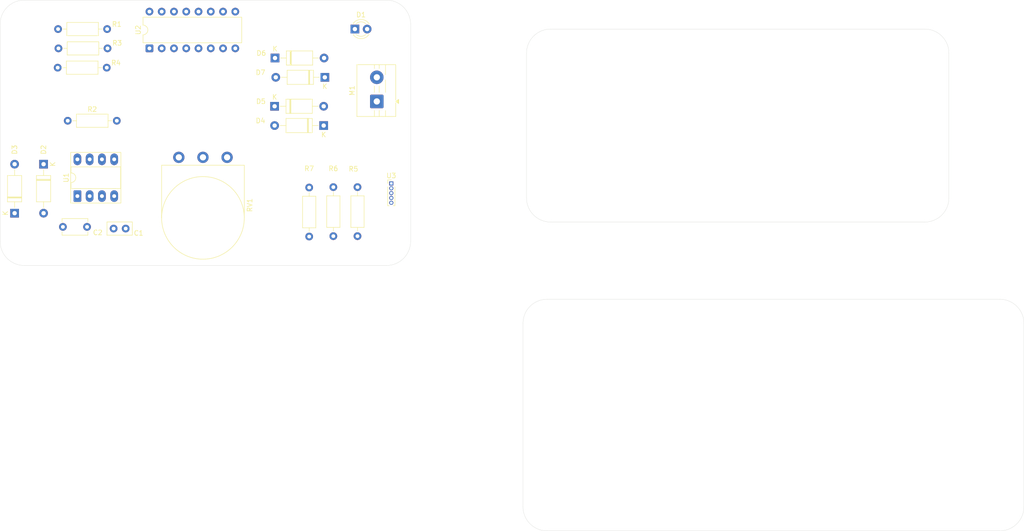
<source format=kicad_pcb>
(kicad_pcb (version 20241229) (generator "pcbnew") (generator_version "9.0")
  (layers (0 "F.Cu" signal) (2 "B.Cu" signal) (13 "F.Paste" user) (15 "B.Paste" user) (5 "F.SilkS" user "F.Silkscreen") (7 "B.SilkS" user "B.Silkscreen") (1 "F.Mask" user) (3 "B.Mask" user) (25 "Edge.Cuts" user))
  (net 0 "")
  (net 1 "Net-(U1-CV)")
  (net 2 "GND")
  (net 3 "Net-(U1-THR)")
  (net 4 "Net-(D1-A)")
  (net 5 "Net-(D2-A)")
  (net 6 "Net-(D2-K)")
  (net 7 "Net-(D3-K)")
  (net 8 "Net-(D4-K)")
  (net 9 "+5V")
  (net 10 "Net-(D6-K)")
  (net 11 "Net-(U1-Q)")
  (net 12 "Net-(U2-EN1,2)")
  (net 13 "Net-(U2-2A)")
  (net 14 "Net-(U2-1A)")
  (net 15 "Net-(U1-R)")
  (footprint "Capacitor_THT:C_Disc_D5.1mm_W3.2mm_P5.00mm" (layer "F.Cu") (at 51 92)
    (property "Reference" "C2" (at 7.21118 1.183229 0) (layer "F.SilkS"))
    (property "Value" "470p")
    (fp_line (start -0.17 -1.72) (end -0.17 -1.026) (stroke (width 0.12)) (layer "F.SilkS"))
    (fp_line (start -0.17 -1.72) (end 5.17 -1.72) (stroke (width 0.12)) (layer "F.SilkS"))
    (fp_line (start -0.17 1.026) (end -0.17 1.72) (stroke (width 0.12)) (layer "F.SilkS"))
    (fp_line (start -0.17 1.72) (end 5.17 1.72) (stroke (width 0.12)) (layer "F.SilkS"))
    (fp_line (start 5.17 -1.72) (end 5.17 -1.026) (stroke (width 0.12)) (layer "F.SilkS"))
    (fp_line (start 5.17 1.026) (end 5.17 1.72) (stroke (width 0.12)) (layer "F.SilkS"))
    (pad "1" thru_hole circle (at 0 0) (size 1.6 1.6) (drill 0.8) (layers "*.Cu" "*.Mask") (net 3 "Net-(U1-THR)"))
    (pad "2" thru_hole circle (at 5 0) (size 1.6 1.6) (drill 0.8) (layers "*.Cu" "*.Mask") (net 2 "GND"))
  )
  (footprint "Diode_THT:D_A-405_P10.16mm_Horizontal" (layer "F.Cu") (at 94.92 57)
    (property "Reference" "D6" (at -2.84 -1 0) (layer "F.SilkS"))
    (property "Value" "4007")
    (fp_line (start 1.14 0) (end 2.36 0) (stroke (width 0.12)) (layer "F.SilkS"))
    (fp_line (start 2.36 -1.47) (end 2.36 1.47) (stroke (width 0.12)) (layer "F.SilkS"))
    (fp_line (start 2.36 1.47) (end 7.8 1.47) (stroke (width 0.12)) (layer "F.SilkS"))
    (fp_line (start 3.14 -1.47) (end 3.14 1.47) (stroke (width 0.12)) (layer "F.SilkS"))
    (fp_line (start 3.26 -1.47) (end 3.26 1.47) (stroke (width 0.12)) (layer "F.SilkS"))
    (fp_line (start 3.38 -1.47) (end 3.38 1.47) (stroke (width 0.12)) (layer "F.SilkS"))
    (fp_line (start 7.8 -1.47) (end 2.36 -1.47) (stroke (width 0.12)) (layer "F.SilkS"))
    (fp_line (start 7.8 1.47) (end 7.8 -1.47) (stroke (width 0.12)) (layer "F.SilkS"))
    (fp_line (start 9.02 0) (end 7.8 0) (stroke (width 0.12)) (layer "F.SilkS"))
    (fp_text user "K" (at 0 -1.9 0) (layer "F.SilkS"))
    (pad "1" thru_hole rect (at 0 0) (size 1.8 1.8) (drill 0.9) (layers "*.Cu" "*.Mask") (net 10 "Net-(D6-K)"))
    (pad "2" thru_hole oval (at 10.16 0) (size 1.8 1.8) (drill 0.9) (layers "*.Cu" "*.Mask") (net 2 "GND"))
  )
  (footprint "Package_DIP:DIP-8_W7.62mm_Socket_LongPads" (layer "F.Cu") (at 54 85.62 90)
    (property "Reference" "U1" (at 3.81 -2.33 90) (layer "F.SilkS"))
    (property "Value" "555")
    (fp_line (start 6.06 -1.33) (end 4.81 -1.33) (stroke (width 0.12)) (layer "F.SilkS"))
    (fp_line (start 2.81 -1.33) (end 1.56 -1.33) (stroke (width 0.12)) (layer "F.SilkS"))
    (fp_line (start 1.56 -1.33) (end 1.56 8.95) (stroke (width 0.12)) (layer "F.SilkS"))
    (fp_line (start 6.06 8.95) (end 6.06 -1.33) (stroke (width 0.12)) (layer "F.SilkS"))
    (fp_line (start 1.56 8.95) (end 6.06 8.95) (stroke (width 0.12)) (layer "F.SilkS"))
    (fp_rect (start -1.44 -1.39) (end 9.06 9.01) (stroke (width 0.12)) (fill no) (layer "F.SilkS"))
    (fp_arc (start 4.81 -1.33) (mid 3.81 -0.33) (end 2.81 -1.33) (stroke (width 0.12)) (layer "F.SilkS"))
    (pad "1" thru_hole roundrect (at 0 0 90) (size 2.4 1.6) (drill 0.8) (layers "*.Cu" "*.Mask") (roundrect_rratio 0.15625) (net 2 "GND"))
    (pad "2" thru_hole oval (at 0 2.54 90) (size 2.4 1.6) (drill 0.8) (layers "*.Cu" "*.Mask") (net 3 "Net-(U1-THR)"))
    (pad "3" thru_hole oval (at 0 5.08 90) (size 2.4 1.6) (drill 0.8) (layers "*.Cu" "*.Mask") (net 11 "Net-(U1-Q)"))
    (pad "4" thru_hole oval (at 0 7.62 90) (size 2.4 1.6) (drill 0.8) (layers "*.Cu" "*.Mask") (net 15 "Net-(U1-R)"))
    (pad "5" thru_hole oval (at 7.62 7.62 90) (size 2.4 1.6) (drill 0.8) (layers "*.Cu" "*.Mask") (net 1 "Net-(U1-CV)"))
    (pad "6" thru_hole oval (at 7.62 5.08 90) (size 2.4 1.6) (drill 0.8) (layers "*.Cu" "*.Mask") (net 3 "Net-(U1-THR)"))
    (pad "7" thru_hole oval (at 7.62 2.54 90) (size 2.4 1.6) (drill 0.8) (layers "*.Cu" "*.Mask") (net 6 "Net-(D2-K)"))
    (pad "8" thru_hole oval (at 7.62 0 90) (size 2.4 1.6) (drill 0.8) (layers "*.Cu" "*.Mask") (net 9 "+5V"))
  )
  (footprint "Diode_THT:D_A-405_P10.16mm_Horizontal" (layer "F.Cu") (at 105.24 61 180)
    (property "Reference" "D7" (at 13.32 1 180) (layer "F.SilkS"))
    (property "Value" "4007")
    (fp_line (start 9.02 0) (end 7.8 0) (stroke (width 0.12)) (layer "F.SilkS"))
    (fp_line (start 7.8 1.47) (end 7.8 -1.47) (stroke (width 0.12)) (layer "F.SilkS"))
    (fp_line (start 7.8 -1.47) (end 2.36 -1.47) (stroke (width 0.12)) (layer "F.SilkS"))
    (fp_line (start 3.38 -1.47) (end 3.38 1.47) (stroke (width 0.12)) (layer "F.SilkS"))
    (fp_line (start 3.26 -1.47) (end 3.26 1.47) (stroke (width 0.12)) (layer "F.SilkS"))
    (fp_line (start 3.14 -1.47) (end 3.14 1.47) (stroke (width 0.12)) (layer "F.SilkS"))
    (fp_line (start 2.36 1.47) (end 7.8 1.47) (stroke (width 0.12)) (layer "F.SilkS"))
    (fp_line (start 2.36 -1.47) (end 2.36 1.47) (stroke (width 0.12)) (layer "F.SilkS"))
    (fp_line (start 1.14 0) (end 2.36 0) (stroke (width 0.12)) (layer "F.SilkS"))
    (fp_text user "K" (at 0 -1.9 0) (layer "F.SilkS"))
    (pad "1" thru_hole rect (at 0 0 180) (size 1.8 1.8) (drill 0.9) (layers "*.Cu" "*.Mask") (net 9 "+5V"))
    (pad "2" thru_hole oval (at 10.16 0 180) (size 1.8 1.8) (drill 0.9) (layers "*.Cu" "*.Mask") (net 10 "Net-(D6-K)"))
  )
  (footprint "Resistor_THT:R_Axial_DIN0207_L6.3mm_D2.5mm_P10.16mm_Horizontal" (layer "F.Cu") (at 112 93.92 90)
    (property "Reference" "R5" (at 13.92 -0.84 0) (layer "F.SilkS"))
    (property "Value" "470k")
    (fp_line (start 8.35 -1.37) (end 1.81 -1.37) (stroke (width 0.12)) (layer "F.SilkS"))
    (fp_line (start 1.81 -1.37) (end 1.81 1.37) (stroke (width 0.12)) (layer "F.SilkS"))
    (fp_line (start 9.12 0) (end 8.35 0) (stroke (width 0.12)) (layer "F.SilkS"))
    (fp_line (start 1.04 0) (end 1.81 0) (stroke (width 0.12)) (layer "F.SilkS"))
    (fp_line (start 8.35 1.37) (end 8.35 -1.37) (stroke (width 0.12)) (layer "F.SilkS"))
    (fp_line (start 1.81 1.37) (end 8.35 1.37) (stroke (width 0.12)) (layer "F.SilkS"))
    (pad "1" thru_hole circle (at 0 0 90) (size 1.6 1.6) (drill 0.8) (layers "*.Cu" "*.Mask") (net 2 "GND"))
    (pad "2" thru_hole oval (at 10.16 0 90) (size 1.6 1.6) (drill 0.8) (layers "*.Cu" "*.Mask") (net 13 "Net-(U2-2A)"))
  )
  (footprint "LED_THT:LED_D3.0mm_Clear" (layer "F.Cu") (at 111.46 51)
    (property "Reference" "D1" (at 1.27 -2.96 0) (layer "F.SilkS"))
    (property "Value" "LED")
    (fp_line (start -0.29 -1.236) (end -0.29 -1.08) (stroke (width 0.12)) (layer "F.SilkS"))
    (fp_line (start -0.29 1.08) (end -0.29 1.236) (stroke (width 0.12)) (layer "F.SilkS"))
    (fp_arc (start -0.29 -1.235516) (mid 1.365624 -1.987701) (end 2.941397 -1.080061) (stroke (width 0.12)) (layer "F.SilkS"))
    (fp_arc (start 0.229039 -1.08) (mid 1.269964 -1.5) (end 2.31091 -1.080049) (stroke (width 0.12)) (layer "F.SilkS"))
    (fp_arc (start 2.31091 1.080049) (mid 1.269964 1.5) (end 0.229039 1.08) (stroke (width 0.12)) (layer "F.SilkS"))
    (fp_arc (start 2.941397 1.080061) (mid 1.365624 1.987701) (end -0.29 1.235516) (stroke (width 0.12)) (layer "F.SilkS"))
    (pad "1" thru_hole rect (at 0 0) (size 1.8 1.8) (drill 0.9) (layers "*.Cu" "*.Mask") (net 2 "GND"))
    (pad "2" thru_hole circle (at 2.54 0) (size 1.8 1.8) (drill 0.9) (layers "*.Cu" "*.Mask") (net 4 "Net-(D1-A)"))
  )
  (footprint "Capacitor_THT:C_Disc_D5.0mm_W2.5mm_P2.50mm" (layer "F.Cu") (at 64 92.348008 180)
    (property "Reference" "C1" (at -2.673728 -0.951223 0) (layer "F.SilkS"))
    (property "Value" "100n")
    (fp_line (start 3.87 -1.37) (end 3.87 1.37) (stroke (width 0.12)) (layer "F.SilkS"))
    (fp_line (start -1.37 1.37) (end 3.87 1.37) (stroke (width 0.12)) (layer "F.SilkS"))
    (fp_line (start -1.37 -1.37) (end 3.87 -1.37) (stroke (width 0.12)) (layer "F.SilkS"))
    (fp_line (start -1.37 -1.37) (end -1.37 1.37) (stroke (width 0.12)) (layer "F.SilkS"))
    (pad "1" thru_hole circle (at 0 0 180) (size 1.6 1.6) (drill 0.8) (layers "*.Cu" "*.Mask") (net 1 "Net-(U1-CV)"))
    (pad "2" thru_hole circle (at 2.5 0 180) (size 1.6 1.6) (drill 0.8) (layers "*.Cu" "*.Mask") (net 2 "GND"))
  )
  (footprint "TerminalBlock:TerminalBlock_MaiXu_MX126-5.0-02P_1x02_P5.00mm" (layer "F.Cu") (at 116 66 90)
    (property "Reference" "M1" (at 2.25 -5.12 90) (layer "F.SilkS"))
    (property "Value" "Motorreductor")
    (fp_line (start 7.62 -4.12) (end 7.62 3.92) (stroke (width 0.12)) (layer "F.SilkS"))
    (fp_line (start -3.12 -4.12) (end 7.62 -4.12) (stroke (width 0.12)) (layer "F.SilkS"))
    (fp_line (start -3.12 -4.12) (end -3.12 3.92) (stroke (width 0.12)) (layer "F.SilkS"))
    (fp_line (start 6.812 -0.5) (end 7.62 -0.5) (stroke (width 0.12)) (layer "F.SilkS"))
    (fp_line (start 1.88 -0.5) (end 3.188 -0.5) (stroke (width 0.12)) (layer "F.SilkS"))
    (fp_line (start -3.12 -0.5) (end -1.88 -0.5) (stroke (width 0.12)) (layer "F.SilkS"))
    (fp_line (start 6.812 0.5) (end 7.62 0.5) (stroke (width 0.12)) (layer "F.SilkS"))
    (fp_line (start 1.88 0.5) (end 3.188 0.5) (stroke (width 0.12)) (layer "F.SilkS"))
    (fp_line (start -3.12 0.5) (end -1.88 0.5) (stroke (width 0.12)) (layer "F.SilkS"))
    (fp_line (start 5.543 1.8) (end 7.62 1.8) (stroke (width 0.12)) (layer "F.SilkS"))
    (fp_line (start 1.88 1.8) (end 4.457 1.8) (stroke (width 0.12)) (layer "F.SilkS"))
    (fp_line (start -3.12 1.8) (end -1.88 1.8) (stroke (width 0.12)) (layer "F.SilkS"))
    (fp_line (start 0.3 3.92) (end 7.62 3.92) (stroke (width 0.12)) (layer "F.SilkS"))
    (fp_line (start -3.12 3.92) (end -0.3 3.92) (stroke (width 0.12)) (layer "F.SilkS"))
    (fp_poly (pts (xy 0 3.92) (xy 0.44 4.53) (xy -0.44 4.53)) (stroke (width 0.12)) (fill yes) (layer "F.SilkS"))
    (pad "1" thru_hole roundrect (at 0 0 90) (size 2.8 2.8) (drill 1.3) (layers "*.Cu" "*.Mask") (roundrect_rratio 0.089286) (net 8 "Net-(D4-K)"))
    (pad "2" thru_hole circle (at 5 0 90) (size 2.8 2.8) (drill 1.3) (layers "*.Cu" "*.Mask") (net 10 "Net-(D6-K)"))
  )
  (footprint "Connector_PinHeader_1.00mm:PinHeader_1x05_P1.00mm_Vertical" (layer "F.Cu") (at 119 83)
    (property "Reference" "U3" (at 0 -1.61 0) (layer "F.SilkS"))
    (property "Value" "mst303")
    (fp_line (start -0.745 -0.735) (end 0 -0.735) (stroke (width 0.12)) (layer "F.SilkS"))
    (fp_line (start -0.745 0) (end -0.745 -0.735) (stroke (width 0.12)) (layer "F.SilkS"))
    (fp_line (start -0.745 0.735) (end -0.745 4.61) (stroke (width 0.12)) (layer "F.SilkS"))
    (fp_line (start -0.745 0.735) (end -0.685565 0.735) (stroke (width 0.12)) (layer "F.SilkS"))
    (fp_line (start -0.745 4.61) (end -0.41003 4.61) (stroke (width 0.12)) (layer "F.SilkS"))
    (fp_line (start 0.41003 4.61) (end 0.745 4.61) (stroke (width 0.12)) (layer "F.SilkS"))
    (fp_line (start 0.685565 0.735) (end 0.745 0.735) (stroke (width 0.12)) (layer "F.SilkS"))
    (fp_line (start 0.745 0.735) (end 0.745 4.61) (stroke (width 0.12)) (layer "F.SilkS"))
    (pad "1" thru_hole rect (at 0 0) (size 0.85 0.85) (drill 0.5) (layers "*.Cu" "*.Mask") (net 14 "Net-(U2-1A)"))
    (pad "2" thru_hole circle (at 0 1) (size 0.85 0.85) (drill 0.5) (layers "*.Cu" "*.Mask") (net 9 "+5V"))
    (pad "3" thru_hole circle (at 0 2) (size 0.85 0.85) (drill 0.5) (layers "*.Cu" "*.Mask") (net 13 "Net-(U2-2A)"))
    (pad "4" thru_hole circle (at 0 3) (size 0.85 0.85) (drill 0.5) (layers "*.Cu" "*.Mask") (net 15 "Net-(U1-R)"))
    (pad "5" thru_hole circle (at 0 4) (size 0.85 0.85) (drill 0.5) (layers "*.Cu" "*.Mask") (net 9 "+5V"))
  )
  (footprint "Resistor_THT:R_Axial_DIN0207_L6.3mm_D2.5mm_P10.16mm_Horizontal" (layer "F.Cu") (at 49.92 59)
    (property "Reference" "R4" (at 12.08 -1 0) (layer "F.SilkS"))
    (property "Value" "100k")
    (fp_line (start 1.04 0) (end 1.81 0) (stroke (width 0.12)) (layer "F.SilkS"))
    (fp_line (start 1.81 -1.37) (end 1.81 1.37) (stroke (width 0.12)) (layer "F.SilkS"))
    (fp_line (start 1.81 1.37) (end 8.35 1.37) (stroke (width 0.12)) (layer "F.SilkS"))
    (fp_line (start 8.35 -1.37) (end 1.81 -1.37) (stroke (width 0.12)) (layer "F.SilkS"))
    (fp_line (start 8.35 1.37) (end 8.35 -1.37) (stroke (width 0.12)) (layer "F.SilkS"))
    (fp_line (start 9.12 0) (end 8.35 0) (stroke (width 0.12)) (layer "F.SilkS"))
    (pad "1" thru_hole circle (at 0 0) (size 1.6 1.6) (drill 0.8) (layers "*.Cu" "*.Mask") (net 12 "Net-(U2-EN1,2)"))
    (pad "2" thru_hole oval (at 10.16 0) (size 1.6 1.6) (drill 0.8) (layers "*.Cu" "*.Mask") (net 2 "GND"))
  )
  (footprint "Resistor_THT:R_Axial_DIN0207_L6.3mm_D2.5mm_P10.16mm_Horizontal" (layer "F.Cu") (at 52 70)
    (property "Reference" "R2" (at 5.08 -2.37 0) (layer "F.SilkS"))
    (property "Value" "1k")
    (fp_line (start 1.04 0) (end 1.81 0) (stroke (width 0.12)) (layer "F.SilkS"))
    (fp_line (start 1.81 -1.37) (end 1.81 1.37) (stroke (width 0.12)) (layer "F.SilkS"))
    (fp_line (start 1.81 1.37) (end 8.35 1.37) (stroke (width 0.12)) (layer "F.SilkS"))
    (fp_line (start 8.35 -1.37) (end 1.81 -1.37) (stroke (width 0.12)) (layer "F.SilkS"))
    (fp_line (start 8.35 1.37) (end 8.35 -1.37) (stroke (width 0.12)) (layer "F.SilkS"))
    (fp_line (start 9.12 0) (end 8.35 0) (stroke (width 0.12)) (layer "F.SilkS"))
    (pad "1" thru_hole circle (at 0 0) (size 1.6 1.6) (drill 0.8) (layers "*.Cu" "*.Mask") (net 9 "+5V"))
    (pad "2" thru_hole oval (at 10.16 0) (size 1.6 1.6) (drill 0.8) (layers "*.Cu" "*.Mask") (net 6 "Net-(D2-K)"))
  )
  (footprint "Diode_THT:D_A-405_P10.16mm_Horizontal" (layer "F.Cu") (at 47 79 -90)
    (property "Reference" "D2" (at -3 0 90) (layer "F.SilkS"))
    (property "Value" "4007" (hide yes))
    (fp_line (start 2.36 1.47) (end 7.8 1.47) (stroke (width 0.12)) (layer "F.SilkS"))
    (fp_line (start 7.8 1.47) (end 7.8 -1.47) (stroke (width 0.12)) (layer "F.SilkS"))
    (fp_line (start 1.14 0) (end 2.36 0) (stroke (width 0.12)) (layer "F.SilkS"))
    (fp_line (start 9.02 0) (end 7.8 0) (stroke (width 0.12)) (layer "F.SilkS"))
    (fp_line (start 2.36 -1.47) (end 2.36 1.47) (stroke (width 0.12)) (layer "F.SilkS"))
    (fp_line (start 3.14 -1.47) (end 3.14 1.47) (stroke (width 0.12)) (layer "F.SilkS"))
    (fp_line (start 3.26 -1.47) (end 3.26 1.47) (stroke (width 0.12)) (layer "F.SilkS"))
    (fp_line (start 3.38 -1.47) (end 3.38 1.47) (stroke (width 0.12)) (layer "F.SilkS"))
    (fp_line (start 7.8 -1.47) (end 2.36 -1.47) (stroke (width 0.12)) (layer "F.SilkS"))
    (fp_text user "K" (at 0 -1.9 90) (layer "F.SilkS"))
    (pad "1" thru_hole rect (at 0 0 270) (size 1.8 1.8) (drill 0.9) (layers "*.Cu" "*.Mask") (net 6 "Net-(D2-K)"))
    (pad "2" thru_hole oval (at 10.16 0 270) (size 1.8 1.8) (drill 0.9) (layers "*.Cu" "*.Mask") (net 5 "Net-(D2-A)"))
  )
  (footprint "Package_DIP:DIP-16_W7.62mm" (layer "F.Cu") (at 68.92 55 90)
    (property "Reference" "U2" (at 3.81 -2.33 90) (layer "F.SilkS"))
    (property "Value" "L293D")
    (fp_line (start 6.46 -1.33) (end 4.81 -1.33) (stroke (width 0.12)) (layer "F.SilkS"))
    (fp_line (start 2.81 -1.33) (end 1.16 -1.33) (stroke (width 0.12)) (layer "F.SilkS"))
    (fp_line (start 1.16 -1.33) (end 1.16 19.11) (stroke (width 0.12)) (layer "F.SilkS"))
    (fp_line (start 6.46 19.11) (end 6.46 -1.33) (stroke (width 0.12)) (layer "F.SilkS"))
    (fp_line (start 1.16 19.11) (end 6.46 19.11) (stroke (width 0.12)) (layer "F.SilkS"))
    (fp_arc (start 4.81 -1.33) (mid 3.81 -0.33) (end 2.81 -1.33) (stroke (width 0.12)) (layer "F.SilkS"))
    (pad "1" thru_hole roundrect (at 0 0 90) (size 1.6 1.6) (drill 0.8) (layers "*.Cu" "*.Mask") (roundrect_rratio 0.15625) (net 12 "Net-(U2-EN1,2)"))
    (pad "2" thru_hole circle (at 0 2.54 90) (size 1.6 1.6) (drill 0.8) (layers "*.Cu" "*.Mask") (net 14 "Net-(U2-1A)"))
    (pad "3" thru_hole circle (at 0 5.08 90) (size 1.6 1.6) (drill 0.8) (layers "*.Cu" "*.Mask") (net 8 "Net-(D4-K)"))
    (pad "4" thru_hole circle (at 0 7.62 90) (size 1.6 1.6) (drill 0.8) (layers "*.Cu" "*.Mask") (net 2 "GND"))
    (pad "5" thru_hole circle (at 0 10.16 90) (size 1.6 1.6) (drill 0.8) (layers "*.Cu" "*.Mask") (net 2 "GND"))
    (pad "6" thru_hole circle (at 0 12.7 90) (size 1.6 1.6) (drill 0.8) (layers "*.Cu" "*.Mask") (net 10 "Net-(D6-K)"))
    (pad "7" thru_hole circle (at 0 15.24 90) (size 1.6 1.6) (drill 0.8) (layers "*.Cu" "*.Mask") (net 13 "Net-(U2-2A)"))
    (pad "8" thru_hole circle (at 0 17.78 90) (size 1.6 1.6) (drill 0.8) (layers "*.Cu" "*.Mask") (net 9 "+5V"))
    (pad "9" thru_hole circle (at 7.62 17.78 90) (size 1.6 1.6) (drill 0.8) (layers "*.Cu" "*.Mask"))
    (pad "10" thru_hole circle (at 7.62 15.24 90) (size 1.6 1.6) (drill 0.8) (layers "*.Cu" "*.Mask"))
    (pad "11" thru_hole circle (at 7.62 12.7 90) (size 1.6 1.6) (drill 0.8) (layers "*.Cu" "*.Mask"))
    (pad "12" thru_hole circle (at 7.62 10.16 90) (size 1.6 1.6) (drill 0.8) (layers "*.Cu" "*.Mask") (net 2 "GND"))
    (pad "13" thru_hole circle (at 7.62 7.62 90) (size 1.6 1.6) (drill 0.8) (layers "*.Cu" "*.Mask") (net 2 "GND"))
    (pad "14" thru_hole circle (at 7.62 5.08 90) (size 1.6 1.6) (drill 0.8) (layers "*.Cu" "*.Mask"))
    (pad "15" thru_hole circle (at 7.62 2.54 90) (size 1.6 1.6) (drill 0.8) (layers "*.Cu" "*.Mask"))
    (pad "16" thru_hole circle (at 7.62 0 90) (size 1.6 1.6) (drill 0.8) (layers "*.Cu" "*.Mask") (net 9 "+5V"))
  )
  (footprint "Diode_THT:D_A-405_P10.16mm_Horizontal" (layer "F.Cu") (at 105 71 180)
    (property "Reference" "D4" (at 13.08 1 180) (layer "F.SilkS"))
    (property "Value" "4007")
    (fp_line (start 9.02 0) (end 7.8 0) (stroke (width 0.12)) (layer "F.SilkS"))
    (fp_line (start 7.8 1.47) (end 7.8 -1.47) (stroke (width 0.12)) (layer "F.SilkS"))
    (fp_line (start 7.8 -1.47) (end 2.36 -1.47) (stroke (width 0.12)) (layer "F.SilkS"))
    (fp_line (start 3.38 -1.47) (end 3.38 1.47) (stroke (width 0.12)) (layer "F.SilkS"))
    (fp_line (start 3.26 -1.47) (end 3.26 1.47) (stroke (width 0.12)) (layer "F.SilkS"))
    (fp_line (start 3.14 -1.47) (end 3.14 1.47) (stroke (width 0.12)) (layer "F.SilkS"))
    (fp_line (start 2.36 1.47) (end 7.8 1.47) (stroke (width 0.12)) (layer "F.SilkS"))
    (fp_line (start 2.36 -1.47) (end 2.36 1.47) (stroke (width 0.12)) (layer "F.SilkS"))
    (fp_line (start 1.14 0) (end 2.36 0) (stroke (width 0.12)) (layer "F.SilkS"))
    (fp_text user "K" (at 0 -1.9 0) (layer "F.SilkS"))
    (pad "1" thru_hole rect (at 0 0 180) (size 1.8 1.8) (drill 0.9) (layers "*.Cu" "*.Mask") (net 8 "Net-(D4-K)"))
    (pad "2" thru_hole oval (at 10.16 0 180) (size 1.8 1.8) (drill 0.9) (layers "*.Cu" "*.Mask") (net 2 "GND"))
  )
  (footprint "Resistor_THT:R_Axial_DIN0207_L6.3mm_D2.5mm_P10.16mm_Horizontal" (layer "F.Cu") (at 107 93.92 90)
    (property "Reference" "R6" (at 14 0 0) (layer "F.SilkS"))
    (property "Value" "470k")
    (fp_line (start 8.35 -1.37) (end 1.81 -1.37) (stroke (width 0.12)) (layer "F.SilkS"))
    (fp_line (start 1.81 -1.37) (end 1.81 1.37) (stroke (width 0.12)) (layer "F.SilkS"))
    (fp_line (start 9.12 0) (end 8.35 0) (stroke (width 0.12)) (layer "F.SilkS"))
    (fp_line (start 1.04 0) (end 1.81 0) (stroke (width 0.12)) (layer "F.SilkS"))
    (fp_line (start 8.35 1.37) (end 8.35 -1.37) (stroke (width 0.12)) (layer "F.SilkS"))
    (fp_line (start 1.81 1.37) (end 8.35 1.37) (stroke (width 0.12)) (layer "F.SilkS"))
    (pad "1" thru_hole circle (at 0 0 90) (size 1.6 1.6) (drill 0.8) (layers "*.Cu" "*.Mask") (net 2 "GND"))
    (pad "2" thru_hole oval (at 10.16 0 90) (size 1.6 1.6) (drill 0.8) (layers "*.Cu" "*.Mask") (net 14 "Net-(U2-1A)"))
  )
  (footprint "Resistor_THT:R_Axial_DIN0207_L6.3mm_D2.5mm_P10.16mm_Horizontal" (layer "F.Cu") (at 50 51)
    (property "Reference" "R1" (at 12.16 -1 0) (layer "F.SilkS"))
    (property "Value" "1k")
    (fp_line (start 1.04 0) (end 1.81 0) (stroke (width 0.12)) (layer "F.SilkS"))
    (fp_line (start 1.81 -1.37) (end 1.81 1.37) (stroke (width 0.12)) (layer "F.SilkS"))
    (fp_line (start 1.81 1.37) (end 8.35 1.37) (stroke (width 0.12)) (layer "F.SilkS"))
    (fp_line (start 8.35 -1.37) (end 1.81 -1.37) (stroke (width 0.12)) (layer "F.SilkS"))
    (fp_line (start 8.35 1.37) (end 8.35 -1.37) (stroke (width 0.12)) (layer "F.SilkS"))
    (fp_line (start 9.12 0) (end 8.35 0) (stroke (width 0.12)) (layer "F.SilkS"))
    (pad "1" thru_hole circle (at 0 0) (size 1.6 1.6) (drill 0.8) (layers "*.Cu" "*.Mask") (net 11 "Net-(U1-Q)"))
    (pad "2" thru_hole oval (at 10.16 0) (size 1.6 1.6) (drill 0.8) (layers "*.Cu" "*.Mask") (net 4 "Net-(D1-A)"))
  )
  (footprint "Resistor_THT:R_Axial_DIN0207_L6.3mm_D2.5mm_P10.16mm_Horizontal" (layer "F.Cu") (at 102 83.84 -90)
    (property "Reference" "R7" (at -3.92 0 180) (layer "F.SilkS"))
    (property "Value" "100k")
    (fp_line (start 1.81 1.37) (end 8.35 1.37) (stroke (width 0.12)) (layer "F.SilkS"))
    (fp_line (start 8.35 1.37) (end 8.35 -1.37) (stroke (width 0.12)) (layer "F.SilkS"))
    (fp_line (start 1.04 0) (end 1.81 0) (stroke (width 0.12)) (layer "F.SilkS"))
    (fp_line (start 9.12 0) (end 8.35 0) (stroke (width 0.12)) (layer "F.SilkS"))
    (fp_line (start 1.81 -1.37) (end 1.81 1.37) (stroke (width 0.12)) (layer "F.SilkS"))
    (fp_line (start 8.35 -1.37) (end 1.81 -1.37) (stroke (width 0.12)) (layer "F.SilkS"))
    (pad "1" thru_hole circle (at 0 0 270) (size 1.6 1.6) (drill 0.8) (layers "*.Cu" "*.Mask") (net 2 "GND"))
    (pad "2" thru_hole oval (at 10.16 0 270) (size 1.6 1.6) (drill 0.8) (layers "*.Cu" "*.Mask") (net 15 "Net-(U1-R)"))
  )
  (footprint "Diode_THT:D_A-405_P10.16mm_Horizontal" (layer "F.Cu") (at 94.84 67)
    (property "Reference" "D5" (at -2.84 -1 0) (layer "F.SilkS"))
    (property "Value" "4007")
    (fp_line (start 1.14 0) (end 2.36 0) (stroke (width 0.12)) (layer "F.SilkS"))
    (fp_line (start 2.36 -1.47) (end 2.36 1.47) (stroke (width 0.12)) (layer "F.SilkS"))
    (fp_line (start 2.36 1.47) (end 7.8 1.47) (stroke (width 0.12)) (layer "F.SilkS"))
    (fp_line (start 3.14 -1.47) (end 3.14 1.47) (stroke (width 0.12)) (layer "F.SilkS"))
    (fp_line (start 3.26 -1.47) (end 3.26 1.47) (stroke (width 0.12)) (layer "F.SilkS"))
    (fp_line (start 3.38 -1.47) (end 3.38 1.47) (stroke (width 0.12)) (layer "F.SilkS"))
    (fp_line (start 7.8 -1.47) (end 2.36 -1.47) (stroke (width 0.12)) (layer "F.SilkS"))
    (fp_line (start 7.8 1.47) (end 7.8 -1.47) (stroke (width 0.12)) (layer "F.SilkS"))
    (fp_line (start 9.02 0) (end 7.8 0) (stroke (width 0.12)) (layer "F.SilkS"))
    (fp_text user "K" (at 0 -1.9 0) (layer "F.SilkS"))
    (pad "1" thru_hole rect (at 0 0) (size 1.8 1.8) (drill 0.9) (layers "*.Cu" "*.Mask") (net 9 "+5V"))
    (pad "2" thru_hole oval (at 10.16 0) (size 1.8 1.8) (drill 0.9) (layers "*.Cu" "*.Mask") (net 8 "Net-(D4-K)"))
  )
  (footprint "Resistor_THT:R_Axial_DIN0207_L6.3mm_D2.5mm_P10.16mm_Horizontal" (layer "F.Cu") (at 50.08 55)
    (property "Reference" "R3" (at 12.16 -1.1 0) (layer "F.SilkS"))
    (property "Value" "1k")
    (fp_line (start 1.04 0) (end 1.81 0) (stroke (width 0.12)) (layer "F.SilkS"))
    (fp_line (start 1.81 -1.37) (end 1.81 1.37) (stroke (width 0.12)) (layer "F.SilkS"))
    (fp_line (start 1.81 1.37) (end 8.35 1.37) (stroke (width 0.12)) (layer "F.SilkS"))
    (fp_line (start 8.35 -1.37) (end 1.81 -1.37) (stroke (width 0.12)) (layer "F.SilkS"))
    (fp_line (start 8.35 1.37) (end 8.35 -1.37) (stroke (width 0.12)) (layer "F.SilkS"))
    (fp_line (start 9.12 0) (end 8.35 0) (stroke (width 0.12)) (layer "F.SilkS"))
    (pad "1" thru_hole circle (at 0 0) (size 1.6 1.6) (drill 0.8) (layers "*.Cu" "*.Mask") (net 11 "Net-(U1-Q)"))
    (pad "2" thru_hole oval (at 10.16 0) (size 1.6 1.6) (drill 0.8) (layers "*.Cu" "*.Mask") (net 12 "Net-(U2-EN1,2)"))
  )
  (footprint "Potentiometer_THT:Potentiometer_Omeg_PC16BU_Vertical" (layer "F.Cu") (at 75 77.585 -90)
    (property "Reference" "RV1" (at 9.915 -14.7 270) (layer "F.SilkS"))
    (property "Value" "500k")
    (fp_line (start 12.55 3.56) (end 1.64 3.56) (stroke (width 0.12)) (layer "F.SilkS"))
    (fp_line (start 1.64 -13.56) (end 1.64 3.56) (stroke (width 0.12)) (layer "F.SilkS"))
    (fp_line (start 12.55 -13.56) (end 1.64 -13.56) (stroke (width 0.12)) (layer "F.SilkS"))
    (fp_circle (center 12.55 -5) (end 21.11 -5) (stroke (width 0.12)) (fill no) (layer "F.SilkS"))
    (pad "1" thru_hole circle (at 0 0 270) (size 2.34 2.34) (drill 1.3) (layers "*.Cu" "*.Mask") (net 5 "Net-(D2-A)"))
    (pad "2" thru_hole circle (at 0 -5 270) (size 2.34 2.34) (drill 1.3) (layers "*.Cu" "*.Mask") (net 3 "Net-(U1-THR)"))
    (pad "3" thru_hole circle (at 0 -10 270) (size 2.34 2.34) (drill 1.3) (layers "*.Cu" "*.Mask") (net 7 "Net-(D3-K)"))
  )
  (footprint "Diode_THT:D_A-405_P10.16mm_Horizontal" (layer "F.Cu") (at 41 89.16 90)
    (property "Reference" "D3" (at 13.16 0 90) (layer "F.SilkS"))
    (property "Value" "4007")
    (fp_line (start 7.8 -1.47) (end 2.36 -1.47) (stroke (width 0.12)) (layer "F.SilkS"))
    (fp_line (start 3.38 -1.47) (end 3.38 1.47) (stroke (width 0.12)) (layer "F.SilkS"))
    (fp_line (start 3.26 -1.47) (end 3.26 1.47) (stroke (width 0.12)) (layer "F.SilkS"))
    (fp_line (start 3.14 -1.47) (end 3.14 1.47) (stroke (width 0.12)) (layer "F.SilkS"))
    (fp_line (start 2.36 -1.47) (end 2.36 1.47) (stroke (width 0.12)) (layer "F.SilkS"))
    (fp_line (start 9.02 0) (end 7.8 0) (stroke (width 0.12)) (layer "F.SilkS"))
    (fp_line (start 1.14 0) (end 2.36 0) (stroke (width 0.12)) (layer "F.SilkS"))
    (fp_line (start 7.8 1.47) (end 7.8 -1.47) (stroke (width 0.12)) (layer "F.SilkS"))
    (fp_line (start 2.36 1.47) (end 7.8 1.47) (stroke (width 0.12)) (layer "F.SilkS"))
    (fp_text user "K" (at 0 -1.9 90) (layer "F.SilkS"))
    (pad "1" thru_hole rect (at 0 0 90) (size 1.8 1.8) (drill 0.9) (layers "*.Cu" "*.Mask") (net 7 "Net-(D3-K)"))
    (pad "2" thru_hole oval (at 10.16 0 90) (size 1.8 1.8) (drill 0.9) (layers "*.Cu" "*.Mask") (net 6 "Net-(D2-K)"))
  )
  (gr_line (start 229.464466 90.999965) (end 152 91) (stroke (width 0.05)) (layer "Edge.Cuts"))
  (gr_arc (start 249.999994 150) (mid 248.535531 153.535533) (end 245 155) (stroke (width 0.05)) (layer "Edge.Cuts"))
  (gr_arc (start 151.267767 155) (mid 147.732233 153.535534) (end 146.267767 150) (stroke (width 0.05)) (layer "Edge.Cuts"))
  (gr_arc (start 118 45) (mid 121.535534 46.464466) (end 123 50) (stroke (width 0.05)) (layer "Edge.Cuts"))
  (gr_arc (start 234.464466 86) (mid 233 89.535534) (end 229.464466 91) (stroke (width 0.05)) (layer "Edge.Cuts"))
  (gr_line (start 250 150) (end 250 112.000017) (stroke (width 0.05)) (layer "Edge.Cuts"))
  (gr_line (start 151.267767 107.000017) (end 245 107.000018) (stroke (width 0.05)) (layer "Edge.Cuts"))
  (gr_arc (start 38 50) (mid 39.464466 46.464466) (end 43 45) (stroke (width 0.05)) (layer "Edge.Cuts"))
  (gr_arc (start 146.267767 112.000017) (mid 147.732233 108.464483) (end 151.267767 107.000017) (stroke (width 0.05)) (layer "Edge.Cuts"))
  (gr_line (start 152 51) (end 229.464466 51.000001) (stroke (width 0.05)) (layer "Edge.Cuts"))
  (gr_line (start 245 155) (end 151.267767 155) (stroke (width 0.05)) (layer "Edge.Cuts"))
  (gr_arc (start 123 95) (mid 121.535534 98.535534) (end 118 100) (stroke (width 0.05)) (layer "Edge.Cuts"))
  (gr_line (start 38 95) (end 38 50) (stroke (width 0.05)) (layer "Edge.Cuts"))
  (gr_arc (start 147 56) (mid 148.464466 52.464466) (end 152 51) (stroke (width 0.05)) (layer "Edge.Cuts"))
  (gr_arc (start 43 100) (mid 39.464466 98.535534) (end 38 95) (stroke (width 0.05)) (layer "Edge.Cuts"))
  (gr_line (start 147 86) (end 147 56) (stroke (width 0.05)) (layer "Edge.Cuts"))
  (gr_arc (start 229.464466 51) (mid 233 52.464466) (end 234.464466 56) (stroke (width 0.05)) (layer "Edge.Cuts"))
  (gr_line (start 118 100) (end 43 100) (stroke (width 0.05)) (layer "Edge.Cuts"))
  (gr_line (start 123 95) (end 123 50) (stroke (width 0.05)) (layer "Edge.Cuts"))
  (gr_arc (start 152 91) (mid 148.464466 89.535534) (end 147 86) (stroke (width 0.05)) (layer "Edge.Cuts"))
  (gr_line (start 234.464466 86) (end 234.464466 56) (stroke (width 0.05)) (layer "Edge.Cuts"))
  (gr_arc (start 245 107.000017) (mid 248.535534 108.464483) (end 250 112.000017) (stroke (width 0.05)) (layer "Edge.Cuts"))
  (gr_line (start 146.267767 150) (end 146.267767 112.000017) (stroke (width 0.05)) (layer "Edge.Cuts"))
  (gr_line (start 43 45) (end 118 45) (stroke (width 0.05)) (layer "Edge.Cuts"))
)
</source>
